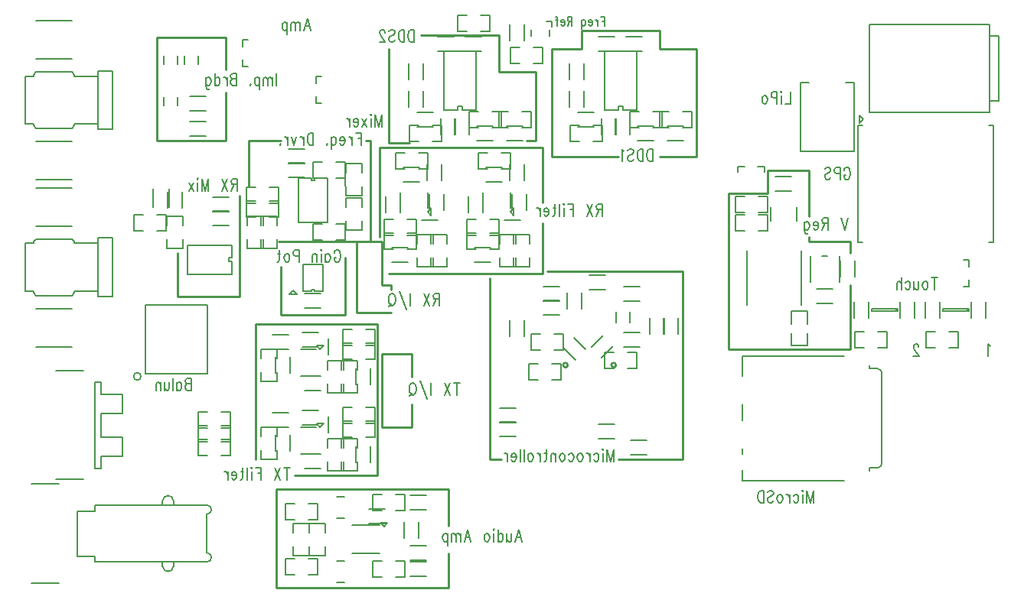
<source format=gbo>
*
*
G04 PADS9.1 Build Number: 384028 generated Gerber (RS-274-X) file*
G04 PC Version=2.1*
*
%IN "PSDR.pcb"*%
*
%MOIN*%
*
%FSLAX35Y35*%
*
*
*
*
G04 PC Standard Apertures*
*
*
G04 Thermal Relief Aperture macro.*
%AMTER*
1,1,$1,0,0*
1,0,$1-$2,0,0*
21,0,$3,$4,0,0,45*
21,0,$3,$4,0,0,135*
%
*
*
G04 Annular Aperture macro.*
%AMANN*
1,1,$1,0,0*
1,0,$2,0,0*
%
*
*
G04 Odd Aperture macro.*
%AMODD*
1,1,$1,0,0*
1,0,$1-0.005,0,0*
%
*
*
G04 PC Custom Aperture Macros*
*
*
*
*
*
*
G04 PC Aperture Table*
*
%ADD010C,0.01*%
%ADD011C,0.008*%
%ADD012C,0.00787*%
%ADD042C,0.001*%
%ADD082C,0.006*%
*
*
*
*
G04 PC Circuitry*
G04 Layer Name PSDR.pcb - circuitry*
%LPD*%
*
*
G04 PC Custom Flashes*
G04 Layer Name PSDR.pcb - flashes*
%LPD*%
*
*
G04 PC Circuitry*
G04 Layer Name PSDR.pcb - circuitry*
%LPD*%
*
G54D10*
G01X327000Y201000D02*
G75*
G03X327000I-1000J0D01*
G01X306000D02*
G03X306000I-1000J0D01*
G01X238000Y196000D02*
Y206000D01*
X225000*
Y174000*
X238000*
Y184000*
X187000Y153000D02*
X223000D01*
Y219000*
X170000*
Y160000*
X181000Y244000D02*
Y223000D01*
X209000*
Y248000*
X295000Y263000D02*
Y241000D01*
X228000*
X229000Y224000D02*
X214000D01*
Y255000*
X225000*
Y236000*
X229000*
Y234000*
X224000Y257000D02*
Y296000D01*
X295000*
Y272000*
X218000Y299000D02*
X220000D01*
Y255000*
X180000*
X167000Y279000D02*
Y299000D01*
X181000*
X157000Y320000D02*
Y299000D01*
X127000*
Y344000*
X157000*
Y330000*
X228000Y339000D02*
Y298000D01*
X237000*
X288000Y299000D02*
X292000D01*
Y329000*
X276000*
Y345000*
X242000*
X328000Y292000D02*
X299000D01*
Y339000*
X312000*
Y347000*
X346000*
Y339000*
X362000*
Y292000*
X346000*
X376000Y208000D02*
Y276000D01*
X393000*
Y286000*
X411000*
Y266000*
X376000Y208000D02*
X429000D01*
Y236000*
Y250000D02*
Y255000D01*
X411000*
Y257000*
X254000Y119000D02*
Y104000D01*
X179000*
Y147000*
X254000*
Y131000*
X328000Y160000D02*
X356000D01*
Y242000*
X297000*
X277000Y160000D02*
X272000D01*
Y239000*
X163000Y275000D02*
Y231000D01*
X136000*
Y250000*
G54D11*
X336500Y298800D02*
X343500D01*
X336500Y305200D02*
X343500D01*
X356500D02*
X349500D01*
X356500Y298800D02*
X349500D01*
X266500D02*
X273500D01*
X266500Y305200D02*
X273500D01*
X286500D02*
X279500D01*
X286500Y298800D02*
X279500D01*
X158500Y274200D02*
X151500D01*
X158500Y267800D02*
X151500D01*
X331500Y337800D02*
X338500D01*
X331500Y344200D02*
X338500D01*
X256500D02*
X249500D01*
X256500Y337800D02*
X249500D01*
X313200Y313500D02*
Y320500D01*
X306800Y313500D02*
Y320500D01*
Y332500D02*
Y325500D01*
X313200Y332500D02*
Y325500D01*
X310500Y304800D02*
X317500D01*
X310500Y311200D02*
X317500D01*
X327200Y301500D02*
Y308500D01*
X320800Y301500D02*
Y308500D01*
X326500Y344200D02*
X319500D01*
X326500Y337800D02*
X319500D01*
X243200Y313500D02*
Y320500D01*
X236800Y313500D02*
Y320500D01*
Y332500D02*
Y325500D01*
X243200Y332500D02*
Y325500D01*
X261500Y337800D02*
X268500D01*
X261500Y344200D02*
X268500D01*
X240500Y304800D02*
X247500D01*
X240500Y311200D02*
X247500D01*
X257200Y301500D02*
Y308500D01*
X250800Y301500D02*
Y308500D01*
X184500Y288800D02*
X191500D01*
X184500Y295200D02*
X191500D01*
X450800Y228500D02*
Y221500D01*
X457200Y228500D02*
Y221500D01*
X158500Y268200D02*
X151500D01*
X158500Y261800D02*
X151500D01*
X198500Y232200D02*
X191500D01*
X198500Y225800D02*
X191500D01*
X280800Y349500D02*
Y342500D01*
X287200Y349500D02*
Y342500D01*
X326800Y308500D02*
Y301500D01*
X333200Y308500D02*
Y301500D01*
X256800Y308500D02*
Y301500D01*
X263200Y308500D02*
Y301500D01*
X184500Y282800D02*
X191500D01*
X184500Y289200D02*
X191500D01*
X131500Y262000D02*
Y266000D01*
X138500*
Y262000*
X131500Y256000D02*
Y252000D01*
X138500*
Y256000*
X273000Y311500D02*
X277000D01*
Y304500*
X273000*
X267000Y311500D02*
X263000D01*
Y304500*
X267000*
X280000D02*
X276000D01*
Y311500*
X280000*
X286000Y304500D02*
X290000D01*
Y311500*
X286000*
X216500Y279000D02*
Y275000D01*
X209500*
Y279000*
X216500Y285000D02*
Y289000D01*
X209500*
Y285000*
X199000Y282500D02*
X195000D01*
Y289500*
X199000*
X205000Y282500D02*
X209000D01*
Y289500*
X205000*
X216500Y264000D02*
Y260000D01*
X209500*
Y264000*
X216500Y270000D02*
Y274000D01*
X209500*
Y270000*
X205000Y262500D02*
X209000D01*
Y255500*
X205000*
X199000Y262500D02*
X195000D01*
Y255500*
X199000*
X343000Y311500D02*
X347000D01*
Y304500*
X343000*
X337000Y311500D02*
X333000D01*
Y304500*
X337000*
X350000D02*
X346000D01*
Y311500*
X350000*
X356000Y304500D02*
X360000D01*
Y311500*
X356000*
X311000Y298500D02*
X307000D01*
Y305500*
X311000*
X317000Y298500D02*
X321000D01*
Y305500*
X317000*
X241000Y298500D02*
X237000D01*
Y305500*
X241000*
X247000Y298500D02*
X251000D01*
Y305500*
X247000*
X296700Y351000D02*
X299200D01*
Y348700*
X290063Y344622D02*
Y347378D01*
X297937D02*
Y344622D01*
X209173Y279299D02*
Y282449D01*
X205630*
X132500Y270000D02*
Y278000D01*
X125500Y270000D02*
Y278000D01*
X138200Y269500D02*
Y276500D01*
X131800Y269500D02*
Y276500D01*
X121000Y259500D02*
X117000D01*
Y266500*
X121000*
X127000Y259500D02*
X131000D01*
Y266500*
X127000*
X107717Y329331D02*
X101417D01*
Y303740*
X107717*
X101378Y326969D02*
X91181D01*
Y327657*
X90000Y328839*
X74449*
X73268Y327657*
Y326969*
X69724*
Y306102*
X73268*
Y305413*
X74449Y304232*
X90000*
X91181Y305413*
Y306102*
X101417*
X107717Y303740D02*
Y329331D01*
X74409Y298524D02*
X90157D01*
X74409Y334547D02*
X90157D01*
X74409Y281890D02*
X90157D01*
X74409Y351181D02*
X90157D01*
X347800Y221500D02*
Y214500D01*
X354200Y221500D02*
Y214500D01*
X326500Y175200D02*
X319500D01*
X326500Y168800D02*
X319500D01*
X283500Y182200D02*
X276500D01*
X283500Y175800D02*
X276500D01*
X149000Y173500D02*
X145000D01*
Y180500*
X149000*
X155000Y173500D02*
X159000D01*
Y180500*
X155000*
X149000Y167500D02*
X145000D01*
Y174500*
X149000*
X155000Y167500D02*
X159000D01*
Y174500*
X155000*
X149000Y161500D02*
X145000D01*
Y168500*
X149000*
X155000Y161500D02*
X159000D01*
Y168500*
X155000*
X193000Y140500D02*
X197000D01*
Y133500*
X193000*
X187000Y140500D02*
X183000D01*
Y133500*
X187000*
X391800Y285400D02*
Y287600D01*
X388800*
X383200D02*
X380200D01*
Y285400*
X102800Y161198D02*
X112170D01*
Y169702*
X102800*
Y179898*
X112170*
Y188402*
X102800*
Y155902D02*
X100024D01*
Y193698*
X102800*
Y155902D02*
Y161198D01*
Y193698D02*
Y188402D01*
X94926Y151178D02*
X83115D01*
X94926Y198422D02*
X83115D01*
X481800Y228500D02*
Y221500D01*
X488200Y228500D02*
Y221500D01*
X389000Y274500D02*
X393000D01*
Y267500*
X389000*
X383000Y274500D02*
X379000D01*
Y267500*
X383000*
X424300Y248600D02*
Y237400D01*
X411700Y248600D02*
Y237400D01*
X419200Y248600D02*
X416800D01*
X313738Y207788D02*
X308788Y212738D01*
X309212Y203262D02*
X304262Y208212D01*
X320788Y204262D02*
X325738Y209212D01*
X316262Y208788D02*
X321212Y213738D01*
X337500Y215200D02*
X330500D01*
X337500Y208800D02*
X330500D01*
X337500Y235200D02*
X330500D01*
X337500Y228800D02*
X330500D01*
X148500Y307200D02*
X141500D01*
X148500Y300800D02*
X141500D01*
X148500Y318200D02*
X141500D01*
X148500Y311800D02*
X141500D01*
X437200Y221500D02*
Y228500D01*
X430800Y221500D02*
Y228500D01*
X468200Y221500D02*
Y228500D01*
X461800Y221500D02*
Y228500D01*
X241200Y125500D02*
Y132500D01*
X234800Y125500D02*
Y132500D01*
X295500Y228800D02*
X302500D01*
X295500Y235200D02*
X302500D01*
X396500Y276800D02*
X403500D01*
X396500Y283200D02*
X403500D01*
X244500Y144200D02*
X237500D01*
X244500Y137800D02*
X237500D01*
X244500Y115200D02*
X237500D01*
X244500Y108800D02*
X237500D01*
X244500Y122200D02*
X237500D01*
X244500Y115800D02*
X237500D01*
X341800Y221500D02*
Y214500D01*
X348200Y221500D02*
Y214500D01*
X340500Y168200D02*
X333500D01*
X340500Y161800D02*
X333500D01*
X283500Y176200D02*
X276500D01*
X283500Y169800D02*
X276500D01*
X287200Y213500D02*
Y220500D01*
X280800Y213500D02*
Y220500D01*
X315500Y233800D02*
X322500D01*
X315500Y240200D02*
X322500D01*
X312200Y225500D02*
Y232500D01*
X305800Y225500D02*
Y232500D01*
X295500Y222800D02*
X302500D01*
X295500Y229200D02*
X302500D01*
X234500Y280800D02*
X241500D01*
X234500Y287200D02*
X241500D01*
X229500Y245800D02*
X236500D01*
X229500Y252200D02*
X236500D01*
X270500Y280800D02*
X277500D01*
X270500Y287200D02*
X277500D01*
X265500Y245800D02*
X272500D01*
X265500Y252200D02*
X272500D01*
X185200Y197500D02*
Y204500D01*
X178800Y197500D02*
Y204500D01*
X220200Y192500D02*
Y199500D01*
X213800Y192500D02*
Y199500D01*
X185200Y163500D02*
Y170500D01*
X178800Y163500D02*
Y170500D01*
X220200Y158500D02*
Y165500D01*
X213800Y158500D02*
Y165500D01*
X245800Y275500D02*
Y268500D01*
X252200Y275500D02*
Y268500D01*
X281800Y275500D02*
Y268500D01*
X288200Y275500D02*
Y268500D01*
X190500Y208800D02*
X197500D01*
X190500Y215200D02*
X197500D01*
X190500Y174800D02*
X197500D01*
X190500Y181200D02*
X197500D01*
X249500Y264200D02*
X242500D01*
X249500Y257800D02*
X242500D01*
X233200Y267500D02*
Y274500D01*
X226800Y267500D02*
Y274500D01*
X285500Y264200D02*
X278500D01*
X285500Y257800D02*
X278500D01*
X269200Y267500D02*
Y274500D01*
X262800Y267500D02*
Y274500D01*
X201800Y212500D02*
Y205500D01*
X208200Y212500D02*
Y205500D01*
X198500Y196200D02*
X191500D01*
X198500Y189800D02*
X191500D01*
X201800Y178500D02*
Y171500D01*
X208200Y178500D02*
Y171500D01*
X198500Y162200D02*
X191500D01*
X198500Y155800D02*
X191500D01*
X219500Y131800D02*
X226500D01*
X219500Y138200D02*
X226500D01*
X251200Y281500D02*
Y288500D01*
X244800Y281500D02*
Y288500D01*
X287200Y281500D02*
Y288500D01*
X280800Y281500D02*
Y288500D01*
X184500Y214200D02*
X177500D01*
X184500Y207800D02*
X177500D01*
X184500Y180200D02*
X177500D01*
X184500Y173800D02*
X177500D01*
X414500Y227800D02*
X421500D01*
X414500Y234200D02*
X421500D01*
X424800Y246500D02*
Y239500D01*
X431200Y246500D02*
Y239500D01*
X489500Y254409D02*
X491528D01*
Y305591*
X489500*
X434500D02*
X432472D01*
Y254409*
X434500*
X434800Y308200D02*
X433200Y306600D01*
Y309800*
X434800Y308200*
X478400Y235200D02*
X480600D01*
Y238200*
Y243800D02*
Y246800D01*
X478400*
X166600Y342800D02*
X164400D01*
Y339800*
Y334200D02*
Y331200D01*
X166600*
X198600Y326800D02*
X196400D01*
Y323800*
Y318200D02*
Y315200D01*
X198600*
X294000Y207500D02*
X290000D01*
Y214500*
X294000*
X300000Y207500D02*
X304000D01*
Y214500*
X300000*
X193500Y122000D02*
Y118000D01*
X186500*
Y122000*
X193500Y128000D02*
Y132000D01*
X186500*
Y128000*
X193500D02*
Y132000D01*
X200500*
Y128000*
X193500Y122000D02*
Y118000D01*
X200500*
Y122000*
X247500Y248000D02*
Y244000D01*
X240500*
Y248000*
X247500Y254000D02*
Y258000D01*
X240500*
Y254000*
X246500D02*
Y258000D01*
X253500*
Y254000*
X246500Y248000D02*
Y244000D01*
X253500*
Y248000*
X283500D02*
Y244000D01*
X276500*
Y248000*
X283500Y254000D02*
Y258000D01*
X276500*
Y254000*
X282500D02*
Y258000D01*
X289500*
Y254000*
X282500Y248000D02*
Y244000D01*
X289500*
Y248000*
X218000Y210500D02*
X222000D01*
Y203500*
X218000*
X212000Y210500D02*
X208000D01*
Y203500*
X212000*
Y209500D02*
X208000D01*
Y216500*
X212000*
X218000Y209500D02*
X222000D01*
Y216500*
X218000*
Y176500D02*
X222000D01*
Y169500*
X218000*
X212000Y176500D02*
X208000D01*
Y169500*
X212000*
Y175500D02*
X208000D01*
Y182500*
X212000*
X218000Y175500D02*
X222000D01*
Y182500*
X218000*
X262000Y346500D02*
X258000D01*
Y353500*
X262000*
X268000Y346500D02*
X272000D01*
Y353500*
X268000*
X299000Y201500D02*
X303000D01*
Y194500*
X299000*
X293000Y201500D02*
X289000D01*
Y194500*
X293000*
X326000Y199500D02*
X322000D01*
Y206500*
X326000*
X332000Y199500D02*
X336000D01*
Y206500*
X332000*
X236000Y264500D02*
X240000D01*
Y257500*
X236000*
X230000Y264500D02*
X226000D01*
Y257500*
X230000*
X236000Y258500D02*
X240000D01*
Y251500*
X236000*
X230000Y258500D02*
X226000D01*
Y251500*
X230000*
X272000Y264500D02*
X276000D01*
Y257500*
X272000*
X266000Y264500D02*
X262000D01*
Y257500*
X266000*
X272000Y258500D02*
X276000D01*
Y251500*
X272000*
X266000Y258500D02*
X262000D01*
Y251500*
X266000*
X201500Y199000D02*
Y203000D01*
X208500*
Y199000*
X201500Y193000D02*
Y189000D01*
X208500*
Y193000*
X207500Y199000D02*
Y203000D01*
X214500*
Y199000*
X207500Y193000D02*
Y189000D01*
X214500*
Y193000*
X201500Y165000D02*
Y169000D01*
X208500*
Y165000*
X201500Y159000D02*
Y155000D01*
X208500*
Y159000*
X207500Y165000D02*
Y169000D01*
X214500*
Y165000*
X207500Y159000D02*
Y155000D01*
X214500*
Y159000*
X231000Y144500D02*
X235000D01*
Y137500*
X231000*
X225000Y144500D02*
X221000D01*
Y137500*
X225000*
X231000Y115500D02*
X235000D01*
Y108500*
X231000*
X225000Y115500D02*
X221000D01*
Y108500*
X225000*
X187000Y109500D02*
X183000D01*
Y116500*
X187000*
X193000Y109500D02*
X197000D01*
Y116500*
X193000*
X441000Y215500D02*
X445000D01*
Y208500*
X441000*
X435000Y215500D02*
X431000D01*
Y208500*
X435000*
X472000Y215500D02*
X476000D01*
Y208500*
X472000*
X466000Y215500D02*
X462000D01*
Y208500*
X466000*
X383000Y259500D02*
X379000D01*
Y266500*
X383000*
X389000Y259500D02*
X393000D01*
Y266500*
X389000*
X107717Y256496D02*
X101417D01*
Y230906*
X107717*
X101378Y254134D02*
X91181D01*
Y254823*
X90000Y256004*
X74449*
X73268Y254823*
Y254134*
X69724*
Y233268*
X73268*
Y232579*
X74449Y231398*
X90000*
X91181Y232579*
Y233268*
X101417*
X107717Y230906D02*
Y256496D01*
X74409Y225689D02*
X90157D01*
X74409Y261713D02*
X90157D01*
X74409Y209055D02*
X90157D01*
X74409Y278346D02*
X90157D01*
X291000Y339500D02*
X295000D01*
Y332500*
X291000*
X285000Y339500D02*
X281000D01*
Y332500*
X285000*
X176000Y278500D02*
X180000D01*
Y271500*
X176000*
X170000Y278500D02*
X166000D01*
Y271500*
X170000*
X176000Y272500D02*
X180000D01*
Y265500*
X176000*
X170000Y272500D02*
X166000D01*
Y265500*
X170000*
X166500Y262000D02*
Y266000D01*
X173500*
Y262000*
X166500Y256000D02*
Y252000D01*
X173500*
Y256000*
X172500Y262000D02*
Y266000D01*
X179500*
Y262000*
X172500Y256000D02*
Y252000D01*
X179500*
Y256000*
X410500Y215000D02*
Y209500D01*
X403500*
Y215000*
Y219000D02*
Y224500D01*
X410500*
Y219000*
X241000Y293500D02*
X245000D01*
Y286500*
X241000*
X235000Y293500D02*
X231000D01*
Y286500*
X235000*
X277000Y293500D02*
X281000D01*
Y286500*
X277000*
X271000Y293500D02*
X267000D01*
Y286500*
X271000*
X172500Y204000D02*
Y208000D01*
X179500*
Y204000*
X172500Y198000D02*
Y194000D01*
X179500*
Y198000*
X172500Y170000D02*
Y174000D01*
X179500*
Y170000*
X172500Y164000D02*
Y160000D01*
X179500*
Y164000*
X72441Y105906D02*
X84252D01*
Y149213D02*
X72441D01*
X129528Y115157D02*
Y113386D01*
G03X134252I2362J-0*
G01Y115157*
X284545Y129250D02*
X286000Y124000D01*
X284545Y129250D02*
X283091Y124000D01*
X285455Y125750D02*
X283636D01*
X281455Y127500D02*
Y125000D01*
X281273Y124250*
X280909Y124000*
X280364*
X280000Y124250*
X279455Y125000*
Y127500D02*
Y124000D01*
X275636Y129250D02*
Y124000D01*
Y126750D02*
X276000Y127250D01*
X276364Y127500*
X276909*
X277273Y127250*
X277636Y126750*
X277818Y126000*
Y125500*
X277636Y124750*
X277273Y124250*
X276909Y124000*
X276364*
X276000Y124250*
X275636Y124750*
X274000Y129250D02*
X273818Y129000D01*
X273636Y129250*
X273818Y129500*
X274000Y129250*
X273818Y127500D02*
Y124000D01*
X271091Y127500D02*
X271455Y127250D01*
X271818Y126750*
X272000Y126000*
Y125500*
X271818Y124750*
X271455Y124250*
X271091Y124000*
X270545*
X270182Y124250*
X269818Y124750*
X269636Y125500*
Y126000*
X269818Y126750*
X270182Y127250*
X270545Y127500*
X271091*
X262364Y129250D02*
X263818Y124000D01*
X262364Y129250D02*
X260909Y124000D01*
X263273Y125750D02*
X261455D01*
X259273Y127500D02*
Y124000D01*
Y126500D02*
X258727Y127250D01*
X258364Y127500*
X257818*
X257455Y127250*
X257273Y126500*
Y124000*
Y126500D02*
X256727Y127250D01*
X256364Y127500*
X255818*
X255455Y127250*
X255273Y126500*
Y124000*
X253636Y127500D02*
Y122250D01*
Y126750D02*
X253273Y127250D01*
X252909Y127500*
X252364*
X252000Y127250*
X251636Y126750*
X251455Y126000*
Y125500*
X251636Y124750*
X252000Y124250*
X252364Y124000*
X252909*
X253273Y124250*
X253636Y124750*
X326000Y164250D02*
Y159000D01*
Y164250D02*
X324545Y159000D01*
X323091Y164250D02*
X324545Y159000D01*
X323091Y164250D02*
Y159000D01*
X321455Y164250D02*
X321273Y164000D01*
X321091Y164250*
X321273Y164500*
X321455Y164250*
X321273Y162500D02*
Y159000D01*
X317273Y161750D02*
X317636Y162250D01*
X318000Y162500*
X318545*
X318909Y162250*
X319273Y161750*
X319455Y161000*
Y160500*
X319273Y159750*
X318909Y159250*
X318545Y159000*
X318000*
X317636Y159250*
X317273Y159750*
X315636Y162500D02*
Y159000D01*
Y161000D02*
X315455Y161750D01*
X315091Y162250*
X314727Y162500*
X314182*
X311636D02*
X312000Y162250D01*
X312364Y161750*
X312545Y161000*
Y160500*
X312364Y159750*
X312000Y159250*
X311636Y159000*
X311091*
X310727Y159250*
X310364Y159750*
X310182Y160500*
Y161000*
X310364Y161750*
X310727Y162250*
X311091Y162500*
X311636*
X306364Y161750D02*
X306727Y162250D01*
X307091Y162500*
X307636*
X308000Y162250*
X308364Y161750*
X308545Y161000*
Y160500*
X308364Y159750*
X308000Y159250*
X307636Y159000*
X307091*
X306727Y159250*
X306364Y159750*
X303818Y162500D02*
X304182Y162250D01*
X304545Y161750*
X304727Y161000*
Y160500*
X304545Y159750*
X304182Y159250*
X303818Y159000*
X303273*
X302909Y159250*
X302545Y159750*
X302364Y160500*
Y161000*
X302545Y161750*
X302909Y162250*
X303273Y162500*
X303818*
X300727D02*
Y159000D01*
Y161500D02*
X300182Y162250D01*
X299818Y162500*
X299273*
X298909Y162250*
X298727Y161500*
Y159000*
X296545Y164250D02*
Y160000D01*
X296364Y159250*
X296000Y159000*
X295636*
X297091Y162500D02*
X295818D01*
X294000D02*
Y159000D01*
Y161000D02*
X293818Y161750D01*
X293455Y162250*
X293091Y162500*
X292545*
X290000D02*
X290364Y162250D01*
X290727Y161750*
X290909Y161000*
Y160500*
X290727Y159750*
X290364Y159250*
X290000Y159000*
X289455*
X289091Y159250*
X288727Y159750*
X288545Y160500*
Y161000*
X288727Y161750*
X289091Y162250*
X289455Y162500*
X290000*
X286909Y164250D02*
Y159000D01*
X285273Y164250D02*
Y159000D01*
X283636Y161000D02*
X281455D01*
Y161500*
X281636Y162000*
X281818Y162250*
X282182Y162500*
X282727*
X283091Y162250*
X283455Y161750*
X283636Y161000*
Y160500*
X283455Y159750*
X283091Y159250*
X282727Y159000*
X282182*
X281818Y159250*
X281455Y159750*
X279818Y162500D02*
Y159000D01*
Y161000D02*
X279636Y161750D01*
X279273Y162250*
X278909Y162500*
X278364*
X257727Y193250D02*
Y188000D01*
X259000Y193250D02*
X256455D01*
X254818D02*
X252273Y188000D01*
Y193250D02*
X254818Y188000D01*
X246455Y193250D02*
Y188000D01*
X241545Y194250D02*
X244818Y186250D01*
X238818Y193250D02*
X239182Y193000D01*
X239545Y192500*
X239727Y192000*
X239909Y191250*
Y190000*
X239727Y189250*
X239545Y188750*
X239182Y188250*
X238818Y188000*
X238091*
X237727Y188250*
X237364Y188750*
X237182Y189250*
X237000Y190000*
Y191250*
X237182Y192000*
X237364Y192500*
X237727Y193000*
X238091Y193250*
X238818*
X238273Y189000D02*
X237182Y187500D01*
X183727Y156250D02*
Y151000D01*
X185000Y156250D02*
X182455D01*
X180818D02*
X178273Y151000D01*
Y156250D02*
X180818Y151000D01*
X172455Y156250D02*
Y151000D01*
Y156250D02*
X170091D01*
X172455Y153750D02*
X171000D01*
X168455Y156250D02*
X168273Y156000D01*
X168091Y156250*
X168273Y156500*
X168455Y156250*
X168273Y154500D02*
Y151000D01*
X166455Y156250D02*
Y151000D01*
X164273Y156250D02*
Y152000D01*
X164091Y151250*
X163727Y151000*
X163364*
X164818Y154500D02*
X163545D01*
X161727Y153000D02*
X159545D01*
Y153500*
X159727Y154000*
X159909Y154250*
X160273Y154500*
X160818*
X161182Y154250*
X161545Y153750*
X161727Y153000*
Y152500*
X161545Y151750*
X161182Y151250*
X160818Y151000*
X160273*
X159909Y151250*
X159545Y151750*
X157909Y154500D02*
Y151000D01*
Y153000D02*
X157727Y153750D01*
X157364Y154250*
X157000Y154500*
X156455*
X142000Y195250D02*
Y190000D01*
Y195250D02*
X140364D01*
X139818Y195000*
X139636Y194750*
X139455Y194250*
Y193750*
X139636Y193250*
X139818Y193000*
X140364Y192750*
X142000D02*
X140364D01*
X139818Y192500*
X139636Y192250*
X139455Y191750*
Y191000*
X139636Y190500*
X139818Y190250*
X140364Y190000*
X142000*
X135636Y193500D02*
Y190000D01*
Y192750D02*
X136000Y193250D01*
X136364Y193500*
X136909*
X137273Y193250*
X137636Y192750*
X137818Y192000*
Y191500*
X137636Y190750*
X137273Y190250*
X136909Y190000*
X136364*
X136000Y190250*
X135636Y190750*
X134000Y195250D02*
Y190000D01*
X132364Y193500D02*
Y191000D01*
X132182Y190250*
X131818Y190000*
X131273*
X130909Y190250*
X130364Y191000*
Y193500D02*
Y190000D01*
X128727Y193500D02*
Y190000D01*
Y192500D02*
X128182Y193250D01*
X127818Y193500*
X127273*
X126909Y193250*
X126727Y192500*
Y190000*
X216000Y302250D02*
Y297000D01*
Y302250D02*
X213636D01*
X216000Y299750D02*
X214545D01*
X212000Y300500D02*
Y297000D01*
Y299000D02*
X211818Y299750D01*
X211455Y300250*
X211091Y300500*
X210545*
X208909Y299000D02*
X206727D01*
Y299500*
X206909Y300000*
X207091Y300250*
X207455Y300500*
X208000*
X208364Y300250*
X208727Y299750*
X208909Y299000*
Y298500*
X208727Y297750*
X208364Y297250*
X208000Y297000*
X207455*
X207091Y297250*
X206727Y297750*
X202909Y300500D02*
Y295250D01*
Y299750D02*
X203273Y300250D01*
X203636Y300500*
X204182*
X204545Y300250*
X204909Y299750*
X205091Y299000*
Y298500*
X204909Y297750*
X204545Y297250*
X204182Y297000*
X203636*
X203273Y297250*
X202909Y297750*
X201091Y297500D02*
X201273Y297250D01*
X201091Y297000*
X200909Y297250*
X201091Y297500*
X195091Y302250D02*
Y297000D01*
Y302250D02*
X193818D01*
X193273Y302000*
X192909Y301500*
X192727Y301000*
X192545Y300250*
Y299000*
X192727Y298250*
X192909Y297750*
X193273Y297250*
X193818Y297000*
X195091*
X190909Y300500D02*
Y297000D01*
Y299000D02*
X190727Y299750D01*
X190364Y300250*
X190000Y300500*
X189455*
X187818D02*
X186727Y297000D01*
X185636Y300500D02*
X186727Y297000D01*
X184000Y300500D02*
Y297000D01*
Y299000D02*
X183818Y299750D01*
X183455Y300250*
X183091Y300500*
X182545*
X180727Y297500D02*
X180909Y297250D01*
X180727Y297000*
X180545Y297250*
X180727Y297500*
X179000Y328250D02*
Y323000D01*
X177364Y326500D02*
Y323000D01*
Y325500D02*
X176818Y326250D01*
X176455Y326500*
X175909*
X175545Y326250*
X175364Y325500*
Y323000*
Y325500D02*
X174818Y326250D01*
X174455Y326500*
X173909*
X173545Y326250*
X173364Y325500*
Y323000*
X171727Y326500D02*
Y321250D01*
Y325750D02*
X171364Y326250D01*
X171000Y326500*
X170455*
X170091Y326250*
X169727Y325750*
X169545Y325000*
Y324500*
X169727Y323750*
X170091Y323250*
X170455Y323000*
X171000*
X171364Y323250*
X171727Y323750*
X167727Y323500D02*
X167909Y323250D01*
X167727Y323000*
X167545Y323250*
X167727Y323500*
X161727Y328250D02*
Y323000D01*
Y328250D02*
X160091D01*
X159545Y328000*
X159364Y327750*
X159182Y327250*
Y326750*
X159364Y326250*
X159545Y326000*
X160091Y325750*
X161727D02*
X160091D01*
X159545Y325500*
X159364Y325250*
X159182Y324750*
Y324000*
X159364Y323500*
X159545Y323250*
X160091Y323000*
X161727*
X157545Y326500D02*
Y323000D01*
Y325000D02*
X157364Y325750D01*
X157000Y326250*
X156636Y326500*
X156091*
X152273Y328250D02*
Y323000D01*
Y325750D02*
X152636Y326250D01*
X153000Y326500*
X153545*
X153909Y326250*
X154273Y325750*
X154455Y325000*
Y324500*
X154273Y323750*
X153909Y323250*
X153545Y323000*
X153000*
X152636Y323250*
X152273Y323750*
X148455Y326500D02*
Y322500D01*
X148636Y321750*
X148818Y321500*
X149182Y321250*
X149727*
X150091Y321500*
X148455Y325750D02*
X148818Y326250D01*
X149182Y326500*
X149727*
X150091Y326250*
X150455Y325750*
X150636Y325000*
Y324500*
X150455Y323750*
X150091Y323250*
X149727Y323000*
X149182*
X148818Y323250*
X148455Y323750*
X239000Y347250D02*
Y342000D01*
Y347250D02*
X237727D01*
X237182Y347000*
X236818Y346500*
X236636Y346000*
X236455Y345250*
Y344000*
X236636Y343250*
X236818Y342750*
X237182Y342250*
X237727Y342000*
X239000*
X234818Y347250D02*
Y342000D01*
Y347250D02*
X233545D01*
X233000Y347000*
X232636Y346500*
X232455Y346000*
X232273Y345250*
Y344000*
X232455Y343250*
X232636Y342750*
X233000Y342250*
X233545Y342000*
X234818*
X228091Y346500D02*
X228455Y347000D01*
X229000Y347250*
X229727*
X230273Y347000*
X230636Y346500*
Y346000*
X230455Y345500*
X230273Y345250*
X229909Y345000*
X228818Y344500*
X228455Y344250*
X228273Y344000*
X228091Y343500*
Y342750*
X228455Y342250*
X229000Y342000*
X229727*
X230273Y342250*
X230636Y342750*
X226273Y346000D02*
Y346250D01*
X226091Y346750*
X225909Y347000*
X225545Y347250*
X224818*
X224455Y347000*
X224273Y346750*
X224091Y346250*
Y345750*
X224273Y345250*
X224636Y344500*
X226455Y342000*
X223909*
X343000Y295250D02*
Y290000D01*
Y295250D02*
X341727D01*
X341182Y295000*
X340818Y294500*
X340636Y294000*
X340455Y293250*
Y292000*
X340636Y291250*
X340818Y290750*
X341182Y290250*
X341727Y290000*
X343000*
X338818Y295250D02*
Y290000D01*
Y295250D02*
X337545D01*
X337000Y295000*
X336636Y294500*
X336455Y294000*
X336273Y293250*
Y292000*
X336455Y291250*
X336636Y290750*
X337000Y290250*
X337545Y290000*
X338818*
X332091Y294500D02*
X332455Y295000D01*
X333000Y295250*
X333727*
X334273Y295000*
X334636Y294500*
Y294000*
X334455Y293500*
X334273Y293250*
X333909Y293000*
X332818Y292500*
X332455Y292250*
X332273Y292000*
X332091Y291500*
Y290750*
X332455Y290250*
X333000Y290000*
X333727*
X334273Y290250*
X334636Y290750*
X330455Y294250D02*
X330091Y294500D01*
X329545Y295250*
Y290000*
X321000Y271250D02*
Y266000D01*
Y271250D02*
X319364D01*
X318818Y271000*
X318636Y270750*
X318455Y270250*
Y269750*
X318636Y269250*
X318818Y269000*
X319364Y268750*
X321000*
X319727D02*
X318455Y266000D01*
X316818Y271250D02*
X314273Y266000D01*
Y271250D02*
X316818Y266000D01*
X308455Y271250D02*
Y266000D01*
Y271250D02*
X306091D01*
X308455Y268750D02*
X307000D01*
X304455Y271250D02*
X304273Y271000D01*
X304091Y271250*
X304273Y271500*
X304455Y271250*
X304273Y269500D02*
Y266000D01*
X302455Y271250D02*
Y266000D01*
X300273Y271250D02*
Y267000D01*
X300091Y266250*
X299727Y266000*
X299364*
X300818Y269500D02*
X299545D01*
X297727Y268000D02*
X295545D01*
Y268500*
X295727Y269000*
X295909Y269250*
X296273Y269500*
X296818*
X297182Y269250*
X297545Y268750*
X297727Y268000*
Y267500*
X297545Y266750*
X297182Y266250*
X296818Y266000*
X296273*
X295909Y266250*
X295545Y266750*
X293909Y269500D02*
Y266000D01*
Y268000D02*
X293727Y268750D01*
X293364Y269250*
X293000Y269500*
X292455*
X413000Y146250D02*
Y141000D01*
Y146250D02*
X411545Y141000D01*
X410091Y146250D02*
X411545Y141000D01*
X410091Y146250D02*
Y141000D01*
X408455Y146250D02*
X408273Y146000D01*
X408091Y146250*
X408273Y146500*
X408455Y146250*
X408273Y144500D02*
Y141000D01*
X404273Y143750D02*
X404636Y144250D01*
X405000Y144500*
X405545*
X405909Y144250*
X406273Y143750*
X406455Y143000*
Y142500*
X406273Y141750*
X405909Y141250*
X405545Y141000*
X405000*
X404636Y141250*
X404273Y141750*
X402636Y144500D02*
Y141000D01*
Y143000D02*
X402455Y143750D01*
X402091Y144250*
X401727Y144500*
X401182*
X398636D02*
X399000Y144250D01*
X399364Y143750*
X399545Y143000*
Y142500*
X399364Y141750*
X399000Y141250*
X398636Y141000*
X398091*
X397727Y141250*
X397364Y141750*
X397182Y142500*
Y143000*
X397364Y143750*
X397727Y144250*
X398091Y144500*
X398636*
X393000Y145500D02*
X393364Y146000D01*
X393909Y146250*
X394636*
X395182Y146000*
X395545Y145500*
Y145000*
X395364Y144500*
X395182Y144250*
X394818Y144000*
X393727Y143500*
X393364Y143250*
X393182Y143000*
X393000Y142500*
Y141750*
X393364Y141250*
X393909Y141000*
X394636*
X395182Y141250*
X395545Y141750*
X391364Y146250D02*
Y141000D01*
Y146250D02*
X390091D01*
X389545Y146000*
X389182Y145500*
X389000Y145000*
X388818Y144250*
Y143000*
X389000Y142250*
X389182Y141750*
X389545Y141250*
X390091Y141000*
X391364*
X426273Y286000D02*
X426455Y286500D01*
X426818Y287000*
X427182Y287250*
X427909*
X428273Y287000*
X428636Y286500*
X428818Y286000*
X429000Y285250*
Y284000*
X428818Y283250*
X428636Y282750*
X428273Y282250*
X427909Y282000*
X427182*
X426818Y282250*
X426455Y282750*
X426273Y283250*
Y284000*
X427182D02*
X426273D01*
X424636Y287250D02*
Y282000D01*
Y287250D02*
X423000D01*
X422455Y287000*
X422273Y286750*
X422091Y286250*
Y285500*
X422273Y285000*
X422455Y284750*
X423000Y284500*
X424636*
X417909Y286500D02*
X418273Y287000D01*
X418818Y287250*
X419545*
X420091Y287000*
X420455Y286500*
Y286000*
X420273Y285500*
X420091Y285250*
X419727Y285000*
X418636Y284500*
X418273Y284250*
X418091Y284000*
X417909Y283500*
Y282750*
X418273Y282250*
X418818Y282000*
X419545*
X420091Y282250*
X420455Y282750*
X403000Y320250D02*
Y315000D01*
X400818*
X399182Y320250D02*
X399000Y320000D01*
X398818Y320250*
X399000Y320500*
X399182Y320250*
X399000Y318500D02*
Y315000D01*
X397182Y320250D02*
Y315000D01*
Y320250D02*
X395545D01*
X395000Y320000*
X394818Y319750*
X394636Y319250*
Y318500*
X394818Y318000*
X395000Y317750*
X395545Y317500*
X397182*
X392091Y318500D02*
X392455Y318250D01*
X392818Y317750*
X393000Y317000*
Y316500*
X392818Y315750*
X392455Y315250*
X392091Y315000*
X391545*
X391182Y315250*
X390818Y315750*
X390636Y316500*
Y317000*
X390818Y317750*
X391182Y318250*
X391545Y318500*
X392091*
X428000Y265250D02*
X426545Y260000D01*
X425091Y265250D02*
X426545Y260000D01*
X419273Y265250D02*
Y260000D01*
Y265250D02*
X417636D01*
X417091Y265000*
X416909Y264750*
X416727Y264250*
Y263750*
X416909Y263250*
X417091Y263000*
X417636Y262750*
X419273*
X418000D02*
X416727Y260000D01*
X415091Y262000D02*
X412909D01*
Y262500*
X413091Y263000*
X413273Y263250*
X413636Y263500*
X414182*
X414545Y263250*
X414909Y262750*
X415091Y262000*
Y261500*
X414909Y260750*
X414545Y260250*
X414182Y260000*
X413636*
X413273Y260250*
X412909Y260750*
X409091Y263500D02*
Y259500D01*
X409273Y258750*
X409455Y258500*
X409818Y258250*
X410364*
X410727Y258500*
X409091Y262750D02*
X409455Y263250D01*
X409818Y263500*
X410364*
X410727Y263250*
X411091Y262750*
X411273Y262000*
Y261500*
X411091Y260750*
X410727Y260250*
X410364Y260000*
X409818*
X409455Y260250*
X409091Y260750*
X250000Y232250D02*
Y227000D01*
Y232250D02*
X248364D01*
X247818Y232000*
X247636Y231750*
X247455Y231250*
Y230750*
X247636Y230250*
X247818Y230000*
X248364Y229750*
X250000*
X248727D02*
X247455Y227000D01*
X245818Y232250D02*
X243273Y227000D01*
Y232250D02*
X245818Y227000D01*
X237455Y232250D02*
Y227000D01*
X232545Y233250D02*
X235818Y225250D01*
X229818Y232250D02*
X230182Y232000D01*
X230545Y231500*
X230727Y231000*
X230909Y230250*
Y229000*
X230727Y228250*
X230545Y227750*
X230182Y227250*
X229818Y227000*
X229091*
X228727Y227250*
X228364Y227750*
X228182Y228250*
X228000Y229000*
Y230250*
X228182Y231000*
X228364Y231500*
X228727Y232000*
X229091Y232250*
X229818*
X229273Y228000D02*
X228182Y226500D01*
X465727Y239250D02*
Y234000D01*
X467000Y239250D02*
X464455D01*
X461909Y237500D02*
X462273Y237250D01*
X462636Y236750*
X462818Y236000*
Y235500*
X462636Y234750*
X462273Y234250*
X461909Y234000*
X461364*
X461000Y234250*
X460636Y234750*
X460455Y235500*
Y236000*
X460636Y236750*
X461000Y237250*
X461364Y237500*
X461909*
X458818D02*
Y235000D01*
X458636Y234250*
X458273Y234000*
X457727*
X457364Y234250*
X456818Y235000*
Y237500D02*
Y234000D01*
X453000Y236750D02*
X453364Y237250D01*
X453727Y237500*
X454273*
X454636Y237250*
X455000Y236750*
X455182Y236000*
Y235500*
X455000Y234750*
X454636Y234250*
X454273Y234000*
X453727*
X453364Y234250*
X453000Y234750*
X451364Y239250D02*
Y234000D01*
Y236500D02*
X450818Y237250D01*
X450455Y237500*
X449909*
X449545Y237250*
X449364Y236500*
Y234000*
X162000Y282250D02*
Y277000D01*
Y282250D02*
X160364D01*
X159818Y282000*
X159636Y281750*
X159455Y281250*
Y280750*
X159636Y280250*
X159818Y280000*
X160364Y279750*
X162000*
X160727D02*
X159455Y277000D01*
X157818Y282250D02*
X155273Y277000D01*
Y282250D02*
X157818Y277000D01*
X149455Y282250D02*
Y277000D01*
Y282250D02*
X148000Y277000D01*
X146545Y282250D02*
X148000Y277000D01*
X146545Y282250D02*
Y277000D01*
X144909Y282250D02*
X144727Y282000D01*
X144545Y282250*
X144727Y282500*
X144909Y282250*
X144727Y280500D02*
Y277000D01*
X142909Y280500D02*
X140909Y277000D01*
Y280500D02*
X142909Y277000D01*
X204273Y250000D02*
X204455Y250500D01*
X204818Y251000*
X205182Y251250*
X205909*
X206273Y251000*
X206636Y250500*
X206818Y250000*
X207000Y249250*
Y248000*
X206818Y247250*
X206636Y246750*
X206273Y246250*
X205909Y246000*
X205182*
X204818Y246250*
X204455Y246750*
X204273Y247250*
Y248000*
X205182D02*
X204273D01*
X200455Y249500D02*
Y246000D01*
Y248750D02*
X200818Y249250D01*
X201182Y249500*
X201727*
X202091Y249250*
X202455Y248750*
X202636Y248000*
Y247500*
X202455Y246750*
X202091Y246250*
X201727Y246000*
X201182*
X200818Y246250*
X200455Y246750*
X198818Y251250D02*
X198636Y251000D01*
X198455Y251250*
X198636Y251500*
X198818Y251250*
X198636Y249500D02*
Y246000D01*
X196818Y249500D02*
Y246000D01*
Y248500D02*
X196273Y249250D01*
X195909Y249500*
X195364*
X195000Y249250*
X194818Y248500*
Y246000*
X189000Y251250D02*
Y246000D01*
Y251250D02*
X187364D01*
X186818Y251000*
X186636Y250750*
X186455Y250250*
Y249500*
X186636Y249000*
X186818Y248750*
X187364Y248500*
X189000*
X183909Y249500D02*
X184273Y249250D01*
X184636Y248750*
X184818Y248000*
Y247500*
X184636Y246750*
X184273Y246250*
X183909Y246000*
X183364*
X183000Y246250*
X182636Y246750*
X182455Y247500*
Y248000*
X182636Y248750*
X183000Y249250*
X183364Y249500*
X183909*
X180273Y251250D02*
Y247000D01*
X180091Y246250*
X179727Y246000*
X179364*
X180818Y249500D02*
X179545D01*
X458818Y209000D02*
Y209250D01*
X458636Y209750*
X458455Y210000*
X458091Y210250*
X457364*
X457000Y210000*
X456818Y209750*
X456636Y209250*
Y208750*
X456818Y208250*
X457182Y207500*
X459000Y205000*
X456455*
X490000Y209250D02*
X489636Y209500D01*
X489091Y210250*
Y205000*
X192545Y352250D02*
X194000Y347000D01*
X192545Y352250D02*
X191091Y347000D01*
X193455Y348750D02*
X191636D01*
X189455Y350500D02*
Y347000D01*
Y349500D02*
X188909Y350250D01*
X188545Y350500*
X188000*
X187636Y350250*
X187455Y349500*
Y347000*
Y349500D02*
X186909Y350250D01*
X186545Y350500*
X186000*
X185636Y350250*
X185455Y349500*
Y347000*
X183818Y350500D02*
Y345250D01*
Y349750D02*
X183455Y350250D01*
X183091Y350500*
X182545*
X182182Y350250*
X181818Y349750*
X181636Y349000*
Y348500*
X181818Y347750*
X182182Y347250*
X182545Y347000*
X183091*
X183455Y347250*
X183818Y347750*
X225000Y310250D02*
Y305000D01*
Y310250D02*
X223545Y305000D01*
X222091Y310250D02*
X223545Y305000D01*
X222091Y310250D02*
Y305000D01*
X220455Y310250D02*
X220273Y310000D01*
X220091Y310250*
X220273Y310500*
X220455Y310250*
X220273Y308500D02*
Y305000D01*
X218455Y308500D02*
X216455Y305000D01*
Y308500D02*
X218455Y305000D01*
X214818Y307000D02*
X212636D01*
Y307500*
X212818Y308000*
X213000Y308250*
X213364Y308500*
X213909*
X214273Y308250*
X214636Y307750*
X214818Y307000*
Y306500*
X214636Y305750*
X214273Y305250*
X213909Y305000*
X213364*
X213000Y305250*
X212636Y305750*
X211000Y308500D02*
Y305000D01*
Y307000D02*
X210818Y307750D01*
X210455Y308250*
X210091Y308500*
X209545*
G54D12*
X321913Y312205D02*
X328114D01*
Y313804*
X329886*
Y312205*
X336087*
Y337795*
X321913*
Y312205*
X251913D02*
X258114D01*
Y313804*
X259886*
Y312205*
X266087*
Y337795*
X251913*
Y312205*
X201299Y282646D02*
X195787D01*
Y281440*
X194213*
Y282646*
X188701*
Y263354*
X201299*
Y282646*
X121929Y197205D02*
X148937D01*
Y227205*
X121929*
Y197205*
X120127Y196063D02*
G03X120127I-1623J0D01*
G01X159646Y240701D02*
Y246213D01*
X158440*
Y247787*
X159646*
Y253299*
X140354*
Y240701*
X159646*
X437402Y311220D02*
X489764D01*
Y349409*
X437402*
Y311220*
X489764Y316142D02*
X493701D01*
Y344488*
X489764*
X135953Y332228D02*
Y335772D01*
X130047Y332228D02*
Y335772D01*
X407811Y227189D02*
Y250811D01*
X384189D02*
Y227189D01*
X405551Y269953D02*
Y264047D01*
X394449Y269953D02*
Y264047D01*
X139047Y335772D02*
Y332228D01*
X144953Y335772D02*
Y332228D01*
X211898Y131102D02*
X224102D01*
Y118898D02*
X211898D01*
X225874Y130512D02*
X224299Y132087D01*
X227449*
X225874Y130512*
X480709Y224409D02*
Y224926D01*
X479995*
Y225074*
X480709*
Y225591*
X469291*
Y224409*
X480709*
X449709D02*
Y224926D01*
X448995*
Y225074*
X449709*
Y225591*
X438291*
Y224409*
X449709*
X208772Y143724D02*
X205228D01*
X208772Y134276D02*
X205228D01*
X208772Y115724D02*
X205228D01*
X208772Y106276D02*
X205228D01*
X190571Y233193D02*
X194446D01*
Y233919*
X195554*
Y233193*
X199429*
Y244807*
X190571*
Y233193*
X186339Y233488D02*
X184764Y231913D01*
X187913*
X186339Y233488*
X411126Y324315D02*
X407386D01*
Y294394*
X430614*
Y324315*
X426874*
X244906Y276346D02*
Y269654D01*
X233094Y276346D02*
Y269654D01*
X244906Y267882D02*
X246480Y269457D01*
Y266307*
X244906Y267882*
X280906Y276346D02*
Y269654D01*
X269094Y276346D02*
Y269654D01*
X280906Y267882D02*
X282480Y269457D01*
Y266307*
X280906Y267882*
X189654Y207906D02*
X196346D01*
X189654Y196094D02*
X196346D01*
X198118Y207906D02*
X196543Y209480D01*
X199693*
X198118Y207906*
X189654Y173906D02*
X196346D01*
X189654Y162094D02*
X196346D01*
X198118Y173906D02*
X196543Y175480D01*
X199693*
X198118Y173906*
X135953Y314228D02*
Y317772D01*
X130047Y314228D02*
Y317772D01*
X426488Y205000D02*
X382000D01*
Y196339*
Y155394D02*
Y150669D01*
X426488*
X437512Y201063D02*
Y199488D01*
X440858*
X442827Y197520D02*
G03X440858Y199488I-1969J-0D01*
G01X442827Y197520D02*
Y158150D01*
X440858Y156181D02*
G03X442827Y158150I0J1969D01*
G01X440858Y156181D02*
X437512D01*
Y155000*
X382000Y183740D02*
Y177047D01*
Y164449D02*
Y162087D01*
X100000Y115157D02*
X148819D01*
G03Y119094I-0J1969*
G01Y136024*
G03Y139961I-0J1968*
G01X100000*
Y137402*
X92520*
Y117717*
X100000*
Y115157*
X129528Y139961D02*
Y141732D01*
X134252D02*
G03X129528I-2362J0D01*
G01X134252D02*
Y139961D01*
G54D42*
G54D82*
X332953Y219638D02*
Y224362D01*
X327047Y219638D02*
Y224362D01*
X322000Y352938D02*
Y349000D01*
Y352938D02*
X320227D01*
X322000Y351063D02*
X320909D01*
X319000Y351625D02*
Y349000D01*
Y350500D02*
X318864Y351063D01*
X318864D02*
X318591Y351438D01*
X318591D02*
X318318Y351625D01*
X317909*
X316682Y350500D02*
X315045D01*
Y350875*
X315182Y351250*
X315318Y351438*
X315318D02*
X315591Y351625D01*
X316000*
X316273Y351438*
X316273D02*
X316545Y351063D01*
X316545D02*
X316682Y350500D01*
Y350125*
X316545Y349563*
X316545D02*
X316273Y349188D01*
X316273D02*
X316000Y349000D01*
X315591*
X315318Y349188*
X315318D02*
X315045Y349563D01*
X312182Y351625D02*
Y347687D01*
Y351063D02*
X312455Y351438D01*
X312455D02*
X312727Y351625D01*
X313136*
X313409Y351438*
X313409D02*
X313682Y351063D01*
X313682D02*
X313818Y350500D01*
Y350125*
X313682Y349563*
X313682D02*
X313409Y349188D01*
X313409D02*
X313136Y349000D01*
X312727*
X312455Y349188*
X312455D02*
X312182Y349563D01*
X307818Y352938D02*
Y349000D01*
Y352938D02*
X306591D01*
X306591D02*
X306182Y352750D01*
X306045Y352563*
X306045D02*
X305909Y352188D01*
X305909D02*
Y351813D01*
X305909D02*
X306045Y351438D01*
X306045D02*
X306182Y351250D01*
X306591Y351063*
X306591D02*
X307818D01*
X306864D02*
X305909Y349000D01*
X304682Y350500D02*
X303045D01*
Y350875*
X303182Y351250*
X303318Y351438*
X303318D02*
X303591Y351625D01*
X304000*
X304273Y351438*
X304273D02*
X304545Y351063D01*
X304545D02*
X304682Y350500D01*
Y350125*
X304545Y349563*
X304545D02*
X304273Y349188D01*
X304273D02*
X304000Y349000D01*
X303591*
X303318Y349188*
X303318D02*
X303045Y349563D01*
X300727Y352938D02*
X301000D01*
X301000D02*
X301273Y352750D01*
X301409Y352188*
X301409D02*
Y349000D01*
X301818Y351625D02*
X300864D01*
G74*
X0Y0D02*
M02*

</source>
